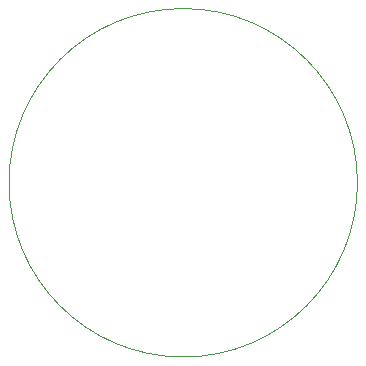
<source format=gbr>
%TF.GenerationSoftware,KiCad,Pcbnew,5.1.9-73d0e3b20d~88~ubuntu20.04.1*%
%TF.CreationDate,2021-06-28T21:50:03+02:00*%
%TF.ProjectId,watch,77617463-682e-46b6-9963-61645f706362,rev?*%
%TF.SameCoordinates,Original*%
%TF.FileFunction,Profile,NP*%
%FSLAX46Y46*%
G04 Gerber Fmt 4.6, Leading zero omitted, Abs format (unit mm)*
G04 Created by KiCad (PCBNEW 5.1.9-73d0e3b20d~88~ubuntu20.04.1) date 2021-06-28 21:50:03*
%MOMM*%
%LPD*%
G01*
G04 APERTURE LIST*
%TA.AperFunction,Profile*%
%ADD10C,0.050000*%
%TD*%
G04 APERTURE END LIST*
D10*
X222250000Y-109500000D02*
G75*
G03*
X222250000Y-109500000I-14750000J0D01*
G01*
M02*

</source>
